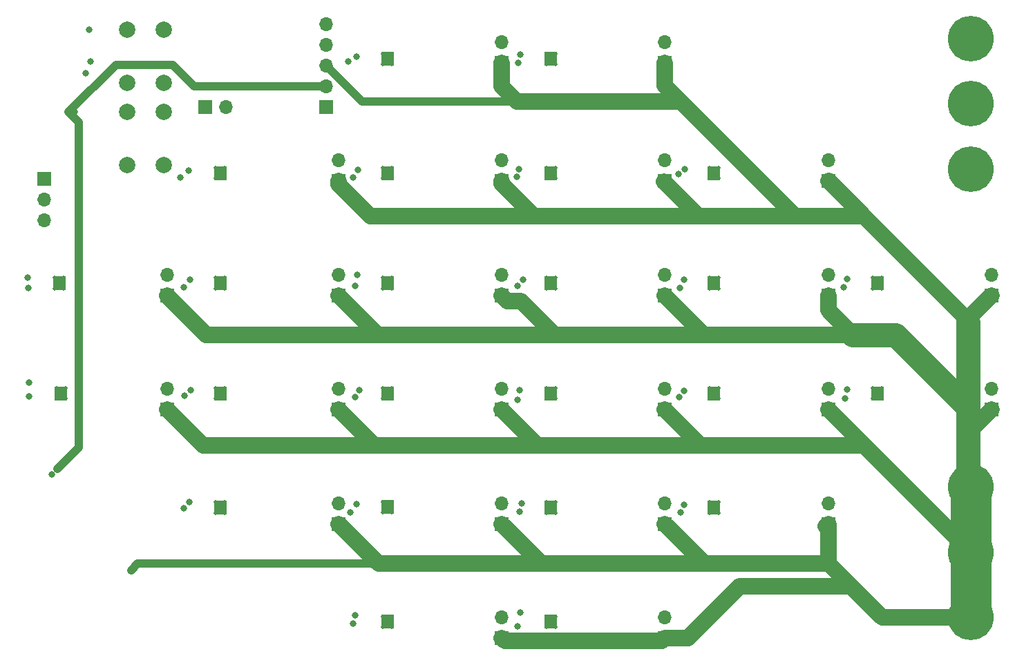
<source format=gbr>
%TF.GenerationSoftware,KiCad,Pcbnew,5.1.10-88a1d61d58~90~ubuntu20.04.1*%
%TF.CreationDate,2022-01-01T09:16:34+01:00*%
%TF.ProjectId,MTSM340UV2-F5120S-current-driver,4d54534d-3334-4305-9556-322d46353132,rev?*%
%TF.SameCoordinates,Original*%
%TF.FileFunction,Copper,L4,Bot*%
%TF.FilePolarity,Positive*%
%FSLAX46Y46*%
G04 Gerber Fmt 4.6, Leading zero omitted, Abs format (unit mm)*
G04 Created by KiCad (PCBNEW 5.1.10-88a1d61d58~90~ubuntu20.04.1) date 2022-01-01 09:16:34*
%MOMM*%
%LPD*%
G01*
G04 APERTURE LIST*
%TA.AperFunction,ComponentPad*%
%ADD10R,1.700000X1.700000*%
%TD*%
%TA.AperFunction,ComponentPad*%
%ADD11O,1.700000X1.700000*%
%TD*%
%TA.AperFunction,ComponentPad*%
%ADD12C,2.000000*%
%TD*%
%TA.AperFunction,ComponentPad*%
%ADD13C,0.500000*%
%TD*%
%TA.AperFunction,SMDPad,CuDef*%
%ADD14R,1.600000X1.800000*%
%TD*%
%TA.AperFunction,ConnectorPad*%
%ADD15C,5.600000*%
%TD*%
%TA.AperFunction,ComponentPad*%
%ADD16C,3.600000*%
%TD*%
%TA.AperFunction,ViaPad*%
%ADD17C,0.800000*%
%TD*%
%TA.AperFunction,Conductor*%
%ADD18C,2.000000*%
%TD*%
%TA.AperFunction,Conductor*%
%ADD19C,1.000000*%
%TD*%
%TA.AperFunction,Conductor*%
%ADD20C,3.000000*%
%TD*%
%TA.AperFunction,Conductor*%
%ADD21C,5.000000*%
%TD*%
G04 APERTURE END LIST*
D10*
%TO.P,J1,1*%
%TO.N,+12V*%
X66000000Y-115540000D03*
D11*
%TO.P,J1,2*%
%TO.N,/LM3407-current-controller/LED-*%
X66000000Y-113000000D03*
%TD*%
%TO.P,J2,2*%
%TO.N,/sheet61CCCCC4/LED-*%
X66000000Y-126960000D03*
D10*
%TO.P,J2,1*%
%TO.N,+12V*%
X66000000Y-129500000D03*
%TD*%
%TO.P,J3,1*%
%TO.N,+12V*%
X87000000Y-101500000D03*
D11*
%TO.P,J3,2*%
%TO.N,/sheet61CCCDBA/LED-*%
X87000000Y-98960000D03*
%TD*%
%TO.P,J4,2*%
%TO.N,/sheet61CCCDC0/LED-*%
X87000000Y-112960000D03*
D10*
%TO.P,J4,1*%
%TO.N,+12V*%
X87000000Y-115500000D03*
%TD*%
%TO.P,J5,1*%
%TO.N,+12V*%
X87000000Y-129500000D03*
D11*
%TO.P,J5,2*%
%TO.N,/sheet61CCCFC4/LED-*%
X87000000Y-126960000D03*
%TD*%
%TO.P,J6,2*%
%TO.N,/sheet61CCCFCA/LED-*%
X87000000Y-140960000D03*
D10*
%TO.P,J6,1*%
%TO.N,+12V*%
X87000000Y-143500000D03*
%TD*%
%TO.P,J7,1*%
%TO.N,+12V*%
X107000000Y-87000000D03*
D11*
%TO.P,J7,2*%
%TO.N,/sheet61CCCFD0/LED-*%
X107000000Y-84460000D03*
%TD*%
%TO.P,J8,2*%
%TO.N,/sheet61CCCFD6/LED-*%
X107000000Y-98960000D03*
D10*
%TO.P,J8,1*%
%TO.N,+12V*%
X107000000Y-101500000D03*
%TD*%
D11*
%TO.P,J9,2*%
%TO.N,ENABLE*%
X73240000Y-92400000D03*
D10*
%TO.P,J9,1*%
%TO.N,GND*%
X70700000Y-92400000D03*
%TD*%
%TO.P,J10,1*%
%TO.N,+12V*%
X107000000Y-115500000D03*
D11*
%TO.P,J10,2*%
%TO.N,/sheet61CCD8EC/LED-*%
X107000000Y-112960000D03*
%TD*%
%TO.P,J11,2*%
%TO.N,/sheet61CCD8F2/LED-*%
X107000000Y-126960000D03*
D10*
%TO.P,J11,1*%
%TO.N,+12V*%
X107000000Y-129500000D03*
%TD*%
%TO.P,J12,1*%
%TO.N,+12V*%
X107000000Y-143500000D03*
D11*
%TO.P,J12,2*%
%TO.N,/sheet61CCD8F8/LED-*%
X107000000Y-140960000D03*
%TD*%
%TO.P,J13,2*%
%TO.N,/sheet61CCD8FE/LED-*%
X107000000Y-154960000D03*
D10*
%TO.P,J13,1*%
%TO.N,+12V*%
X107000000Y-157500000D03*
%TD*%
%TO.P,J14,1*%
%TO.N,+12V*%
X127000000Y-87000000D03*
D11*
%TO.P,J14,2*%
%TO.N,/sheet61CCD904/LED-*%
X127000000Y-84460000D03*
%TD*%
D10*
%TO.P,J15,1*%
%TO.N,+12V*%
X127000000Y-101500000D03*
D11*
%TO.P,J15,2*%
%TO.N,/sheet61CCD90A/LED-*%
X127000000Y-98960000D03*
%TD*%
D10*
%TO.P,J16,1*%
%TO.N,+12V*%
X127000000Y-115500000D03*
D11*
%TO.P,J16,2*%
%TO.N,/sheet61CCD910/LED-*%
X127000000Y-112960000D03*
%TD*%
%TO.P,J17,2*%
%TO.N,/sheet61CCD916/LED-*%
X127000000Y-126960000D03*
D10*
%TO.P,J17,1*%
%TO.N,+12V*%
X127000000Y-129500000D03*
%TD*%
%TO.P,J18,1*%
%TO.N,+12V*%
X127000000Y-143500000D03*
D11*
%TO.P,J18,2*%
%TO.N,/sheet61CCE2A4/LED-*%
X127000000Y-140960000D03*
%TD*%
%TO.P,J19,2*%
%TO.N,/sheet61CCE2AA/LED-*%
X127000000Y-154960000D03*
D10*
%TO.P,J19,1*%
%TO.N,+12V*%
X127000000Y-157500000D03*
%TD*%
%TO.P,J20,1*%
%TO.N,+12V*%
X147000000Y-101500000D03*
D11*
%TO.P,J20,2*%
%TO.N,/sheet61CCE2B0/LED-*%
X147000000Y-98960000D03*
%TD*%
%TO.P,J21,2*%
%TO.N,/sheet61CCE2B6/LED-*%
X147000000Y-112960000D03*
D10*
%TO.P,J21,1*%
%TO.N,+12V*%
X147000000Y-115500000D03*
%TD*%
%TO.P,J22,1*%
%TO.N,+12V*%
X147000000Y-129500000D03*
D11*
%TO.P,J22,2*%
%TO.N,/sheet61CCE2BC/LED-*%
X147000000Y-126960000D03*
%TD*%
%TO.P,J23,2*%
%TO.N,/sheet61CCE2C2/LED-*%
X147000000Y-140960000D03*
D10*
%TO.P,J23,1*%
%TO.N,+12V*%
X147000000Y-143500000D03*
%TD*%
%TO.P,J24,1*%
%TO.N,+12V*%
X167000000Y-115500000D03*
D11*
%TO.P,J24,2*%
%TO.N,/sheet61CCE2C8/LED-*%
X167000000Y-112960000D03*
%TD*%
%TO.P,J25,2*%
%TO.N,/sheet61CCE2CE/LED-*%
X167000000Y-126960000D03*
D10*
%TO.P,J25,1*%
%TO.N,+12V*%
X167000000Y-129500000D03*
%TD*%
D12*
%TO.P,SW1,1*%
%TO.N,GND*%
X65600000Y-89400000D03*
%TO.P,SW1,2*%
%TO.N,Net-(J26-Pad3)*%
X61100000Y-89400000D03*
%TO.P,SW1,1*%
%TO.N,GND*%
X65600000Y-82900000D03*
%TO.P,SW1,2*%
%TO.N,Net-(J26-Pad3)*%
X61100000Y-82900000D03*
%TD*%
%TO.P,SW2,2*%
%TO.N,Net-(J26-Pad4)*%
X61100000Y-93000000D03*
%TO.P,SW2,1*%
%TO.N,GND*%
X65600000Y-93000000D03*
%TO.P,SW2,2*%
%TO.N,Net-(J26-Pad4)*%
X61100000Y-99500000D03*
%TO.P,SW2,1*%
%TO.N,GND*%
X65600000Y-99500000D03*
%TD*%
D13*
%TO.P,U1,9*%
%TO.N,GND*%
X52234000Y-113350000D03*
X53334000Y-113350000D03*
X52234000Y-114650000D03*
X53334000Y-114650000D03*
D14*
X52784000Y-114000000D03*
%TD*%
D13*
%TO.P,U2,9*%
%TO.N,GND*%
X52450000Y-126850000D03*
X53550000Y-126850000D03*
X52450000Y-128150000D03*
X53550000Y-128150000D03*
D14*
X53000000Y-127500000D03*
%TD*%
%TO.P,U3,9*%
%TO.N,GND*%
X72500000Y-100500000D03*
D13*
X73050000Y-101150000D03*
X71950000Y-101150000D03*
X73050000Y-99850000D03*
X71950000Y-99850000D03*
%TD*%
%TO.P,U4,9*%
%TO.N,GND*%
X71950000Y-113350000D03*
X73050000Y-113350000D03*
X71950000Y-114650000D03*
X73050000Y-114650000D03*
D14*
X72500000Y-114000000D03*
%TD*%
%TO.P,U5,9*%
%TO.N,GND*%
X72500000Y-127500000D03*
D13*
X73050000Y-128150000D03*
X71950000Y-128150000D03*
X73050000Y-126850000D03*
X71950000Y-126850000D03*
%TD*%
%TO.P,U6,9*%
%TO.N,GND*%
X71950000Y-140850000D03*
X73050000Y-140850000D03*
X71950000Y-142150000D03*
X73050000Y-142150000D03*
D14*
X72500000Y-141500000D03*
%TD*%
D13*
%TO.P,U7,9*%
%TO.N,GND*%
X92450000Y-85850000D03*
X93550000Y-85850000D03*
X92450000Y-87150000D03*
X93550000Y-87150000D03*
D14*
X93000000Y-86500000D03*
%TD*%
D13*
%TO.P,U8,9*%
%TO.N,GND*%
X92450000Y-99850000D03*
X93550000Y-99850000D03*
X92450000Y-101150000D03*
X93550000Y-101150000D03*
D14*
X93000000Y-100500000D03*
%TD*%
%TO.P,U9,9*%
%TO.N,GND*%
X93000000Y-114000000D03*
D13*
X93550000Y-114650000D03*
X92450000Y-114650000D03*
X93550000Y-113350000D03*
X92450000Y-113350000D03*
%TD*%
%TO.P,U10,9*%
%TO.N,GND*%
X92450000Y-126850000D03*
X93550000Y-126850000D03*
X92450000Y-128150000D03*
X93550000Y-128150000D03*
D14*
X93000000Y-127500000D03*
%TD*%
%TO.P,U11,9*%
%TO.N,GND*%
X93000000Y-141460000D03*
D13*
X93550000Y-142110000D03*
X92450000Y-142110000D03*
X93550000Y-140810000D03*
X92450000Y-140810000D03*
%TD*%
%TO.P,U12,9*%
%TO.N,GND*%
X92450000Y-154850000D03*
X93550000Y-154850000D03*
X92450000Y-156150000D03*
X93550000Y-156150000D03*
D14*
X93000000Y-155500000D03*
%TD*%
%TO.P,U13,9*%
%TO.N,GND*%
X113000000Y-86500000D03*
D13*
X113550000Y-87150000D03*
X112450000Y-87150000D03*
X113550000Y-85850000D03*
X112450000Y-85850000D03*
%TD*%
D14*
%TO.P,U14,9*%
%TO.N,GND*%
X113000000Y-100500000D03*
D13*
X113550000Y-101150000D03*
X112450000Y-101150000D03*
X113550000Y-99850000D03*
X112450000Y-99850000D03*
%TD*%
D14*
%TO.P,U15,9*%
%TO.N,GND*%
X113000000Y-114000000D03*
D13*
X113550000Y-114650000D03*
X112450000Y-114650000D03*
X113550000Y-113350000D03*
X112450000Y-113350000D03*
%TD*%
D14*
%TO.P,U16,9*%
%TO.N,GND*%
X113000000Y-127500000D03*
D13*
X113550000Y-128150000D03*
X112450000Y-128150000D03*
X113550000Y-126850000D03*
X112450000Y-126850000D03*
%TD*%
%TO.P,U17,9*%
%TO.N,GND*%
X112450000Y-140850000D03*
X113550000Y-140850000D03*
X112450000Y-142150000D03*
X113550000Y-142150000D03*
D14*
X113000000Y-141500000D03*
%TD*%
%TO.P,U18,9*%
%TO.N,GND*%
X113000000Y-155500000D03*
D13*
X113550000Y-156150000D03*
X112450000Y-156150000D03*
X113550000Y-154850000D03*
X112450000Y-154850000D03*
%TD*%
D14*
%TO.P,U19,9*%
%TO.N,GND*%
X133000000Y-100500000D03*
D13*
X133550000Y-101150000D03*
X132450000Y-101150000D03*
X133550000Y-99850000D03*
X132450000Y-99850000D03*
%TD*%
D14*
%TO.P,U20,9*%
%TO.N,GND*%
X133000000Y-114000000D03*
D13*
X133550000Y-114650000D03*
X132450000Y-114650000D03*
X133550000Y-113350000D03*
X132450000Y-113350000D03*
%TD*%
%TO.P,U21,9*%
%TO.N,GND*%
X132450000Y-126850000D03*
X133550000Y-126850000D03*
X132450000Y-128150000D03*
X133550000Y-128150000D03*
D14*
X133000000Y-127500000D03*
%TD*%
D13*
%TO.P,U22,9*%
%TO.N,GND*%
X132450000Y-140850000D03*
X133550000Y-140850000D03*
X132450000Y-142150000D03*
X133550000Y-142150000D03*
D14*
X133000000Y-141500000D03*
%TD*%
D13*
%TO.P,U23,9*%
%TO.N,GND*%
X152450000Y-113350000D03*
X153550000Y-113350000D03*
X152450000Y-114650000D03*
X153550000Y-114650000D03*
D14*
X153000000Y-114000000D03*
%TD*%
%TO.P,U24,9*%
%TO.N,GND*%
X153000000Y-127500000D03*
D13*
X153550000Y-128150000D03*
X152450000Y-128150000D03*
X153550000Y-126850000D03*
X152450000Y-126850000D03*
%TD*%
D15*
%TO.P,H1,1*%
%TO.N,+12V*%
X164500000Y-147000000D03*
D16*
X164500000Y-147000000D03*
%TD*%
%TO.P,H2,1*%
%TO.N,+12V*%
X164500000Y-139000000D03*
D15*
X164500000Y-139000000D03*
%TD*%
D16*
%TO.P,H3,1*%
%TO.N,+12V*%
X164500000Y-155000000D03*
D15*
X164500000Y-155000000D03*
%TD*%
%TO.P,H4,1*%
%TO.N,GND*%
X164500000Y-84000000D03*
D16*
X164500000Y-84000000D03*
%TD*%
%TO.P,H5,1*%
%TO.N,GND*%
X164500000Y-100000000D03*
D15*
X164500000Y-100000000D03*
%TD*%
%TO.P,H6,1*%
%TO.N,GND*%
X164500000Y-92000000D03*
D16*
X164500000Y-92000000D03*
%TD*%
D10*
%TO.P,J27,1*%
%TO.N,GND*%
X85500000Y-92400000D03*
D11*
%TO.P,J27,2*%
%TO.N,+5V*%
X85500000Y-89860000D03*
%TO.P,J27,3*%
%TO.N,+12V*%
X85500000Y-87320000D03*
%TO.P,J27,4*%
%TO.N,ENABLE*%
X85500000Y-84780000D03*
%TO.P,J27,5*%
%TO.N,PWM*%
X85500000Y-82240000D03*
%TD*%
D10*
%TO.P,J28,1*%
%TO.N,GND*%
X50900000Y-101200000D03*
D11*
%TO.P,J28,2*%
%TO.N,TX*%
X50900000Y-103740000D03*
%TO.P,J28,3*%
%TO.N,RX*%
X50900000Y-106280000D03*
%TD*%
D17*
%TO.N,+12V*%
X61600000Y-149200000D03*
%TO.N,GND*%
X56600000Y-86800000D03*
X56400000Y-82900000D03*
%TO.N,+5V*%
X52500000Y-136800000D03*
X53900000Y-93000000D03*
X54694999Y-93005001D03*
X54750000Y-93850000D03*
X51850000Y-137450000D03*
%TO.N,ENABLE*%
X88200000Y-86800000D03*
X109000000Y-87000000D03*
X67600000Y-101000000D03*
X88800000Y-101000000D03*
X108883070Y-100976189D03*
X128631777Y-100640186D03*
X49000000Y-114600000D03*
X68050000Y-114513814D03*
X89000000Y-114300000D03*
X108949208Y-114359258D03*
X128800000Y-114600000D03*
X148900000Y-114500000D03*
X49100000Y-127900000D03*
X89000000Y-128000000D03*
X108900000Y-128300000D03*
X128700000Y-128000000D03*
X149100000Y-128100000D03*
X68049208Y-141559258D03*
X88450000Y-142093886D03*
X109183070Y-141976189D03*
X128906080Y-142119147D03*
X88800000Y-155700000D03*
X108959814Y-156068223D03*
X68150000Y-127807108D03*
%TO.N,PWM*%
X68600000Y-100200000D03*
X68800000Y-113600000D03*
X68900000Y-127100000D03*
X89200000Y-141100000D03*
X89500000Y-127100000D03*
X89200000Y-86200000D03*
X109300000Y-86000000D03*
X89400000Y-100100000D03*
X109100000Y-100000000D03*
X129400000Y-100000000D03*
X89300000Y-113000000D03*
X109600000Y-113600000D03*
X129300000Y-113600000D03*
X149300000Y-113500000D03*
X109200000Y-127100000D03*
X129300000Y-127200000D03*
X149300000Y-127000000D03*
X109400000Y-141000000D03*
X129300000Y-141200000D03*
X48900000Y-113300000D03*
X49100000Y-126200000D03*
X68700000Y-140800000D03*
X89000000Y-154700000D03*
X109238332Y-154361668D03*
X56037347Y-88262653D03*
%TD*%
D18*
%TO.N,+12V*%
X146699999Y-143800001D02*
X147000000Y-143500000D01*
X87000000Y-143500000D02*
X87300001Y-143800001D01*
X107368224Y-157868224D02*
X107000000Y-157500000D01*
X126631776Y-157868224D02*
X107368224Y-157868224D01*
X127000000Y-157500000D02*
X126631776Y-157868224D01*
X156900000Y-155000000D02*
X153600000Y-155000000D01*
X147000000Y-148400000D02*
X147000000Y-143500000D01*
X153600000Y-155000000D02*
X147000000Y-148400000D01*
X131900000Y-148400000D02*
X127000000Y-143500000D01*
X147000000Y-148400000D02*
X131900000Y-148400000D01*
X111900000Y-148400000D02*
X107000000Y-143500000D01*
X131900000Y-148400000D02*
X111900000Y-148400000D01*
X91900000Y-148400000D02*
X87000000Y-143500000D01*
X111900000Y-148400000D02*
X91900000Y-148400000D01*
D19*
X62400000Y-148400000D02*
X61600000Y-149200000D01*
X91900000Y-148400000D02*
X62400000Y-148400000D01*
D18*
X151400000Y-133900000D02*
X147000000Y-129500000D01*
X131400000Y-133900000D02*
X127000000Y-129500000D01*
X151400000Y-133900000D02*
X131400000Y-133900000D01*
X111400000Y-133900000D02*
X107000000Y-129500000D01*
X131400000Y-133900000D02*
X111400000Y-133900000D01*
X91400000Y-133900000D02*
X87000000Y-129500000D01*
X111400000Y-133900000D02*
X91400000Y-133900000D01*
X70400000Y-133900000D02*
X66000000Y-129500000D01*
X91400000Y-133900000D02*
X70400000Y-133900000D01*
X164500000Y-132000000D02*
X167000000Y-129500000D01*
D20*
X164100000Y-139000000D02*
X164100000Y-132000000D01*
D18*
X164500000Y-118000000D02*
X167000000Y-115500000D01*
X131800000Y-120300000D02*
X127000000Y-115500000D01*
X150020002Y-120300000D02*
X131800000Y-120300000D01*
X107659259Y-116159259D02*
X107000000Y-115500000D01*
X109359259Y-116159259D02*
X107659259Y-116159259D01*
X113500000Y-120300000D02*
X109359259Y-116159259D01*
X131800000Y-120300000D02*
X113500000Y-120300000D01*
X91800000Y-120300000D02*
X87000000Y-115500000D01*
X113500000Y-120300000D02*
X91800000Y-120300000D01*
X70760000Y-120300000D02*
X66000000Y-115540000D01*
X91800000Y-120300000D02*
X70760000Y-120300000D01*
X164500000Y-155000000D02*
X156900000Y-155000000D01*
X164500000Y-147000000D02*
X151400000Y-133900000D01*
D20*
X164100000Y-124500000D02*
X164100000Y-118800000D01*
X164100000Y-132100000D02*
X164100000Y-124700000D01*
D18*
X164500000Y-124600000D02*
X164500000Y-118000000D01*
X147100000Y-101500000D02*
X147000000Y-101500000D01*
X164500000Y-118900000D02*
X151350000Y-105750000D01*
X131077589Y-105750000D02*
X126913795Y-101586206D01*
X151350000Y-105750000D02*
X147100000Y-101500000D01*
X107000000Y-101757121D02*
X107000000Y-101500000D01*
X110992879Y-105750000D02*
X107000000Y-101757121D01*
X131077589Y-105750000D02*
X110992879Y-105750000D01*
X87000000Y-101864002D02*
X87000000Y-101500000D01*
X90885998Y-105750000D02*
X87000000Y-101864002D01*
X110992879Y-105750000D02*
X90885998Y-105750000D01*
X127000000Y-87000000D02*
X127000000Y-89800000D01*
X142950000Y-105750000D02*
X131077589Y-105750000D01*
X151350000Y-105750000D02*
X142950000Y-105750000D01*
X107000000Y-89850000D02*
X107000000Y-87000000D01*
X108850000Y-91700000D02*
X107000000Y-89850000D01*
X128900000Y-91700000D02*
X108850000Y-91700000D01*
X127000000Y-89800000D02*
X128900000Y-91700000D01*
X128900000Y-91700000D02*
X142950000Y-105750000D01*
D19*
X89880000Y-91700000D02*
X108850000Y-91700000D01*
X85500000Y-87320000D02*
X89880000Y-91700000D01*
D21*
X164500000Y-139000000D02*
X164500000Y-155000000D01*
D18*
X147000000Y-117279998D02*
X150020002Y-120300000D01*
X147000000Y-115500000D02*
X147000000Y-117279998D01*
X149800000Y-151200000D02*
X151799999Y-153199999D01*
X151799999Y-153199999D02*
X153600000Y-155000000D01*
X129800000Y-157500000D02*
X136100000Y-151200000D01*
X127000000Y-157500000D02*
X129800000Y-157500000D01*
X136100000Y-151200000D02*
X149800000Y-151200000D01*
D20*
X150020002Y-120300000D02*
X155200000Y-120300000D01*
D18*
X164100000Y-129200000D02*
X164100000Y-132100000D01*
D20*
X155200000Y-120300000D02*
X164100000Y-129200000D01*
D19*
%TO.N,+5V*%
X55200001Y-94300001D02*
X54750000Y-93850000D01*
X55200001Y-134099999D02*
X55200001Y-94300001D01*
X52500000Y-136800000D02*
X55200001Y-134099999D01*
X54750000Y-93850000D02*
X53900000Y-93000000D01*
X59700001Y-87199999D02*
X53900000Y-93000000D01*
X66656001Y-87199999D02*
X59700001Y-87199999D01*
X69316002Y-89860000D02*
X66656001Y-87199999D01*
X85500000Y-89860000D02*
X69316002Y-89860000D01*
%TD*%
M02*

</source>
